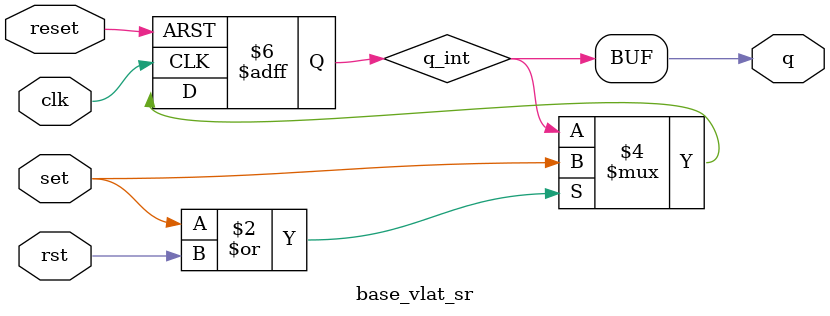
<source format=v>
module base_vlat_sr#(parameter width=1)
  (
   input 	      clk,
   input [0:width-1]  set,
   input [0:width-1]  rst,
   input 	      reset,
   output [0:width-1] q
   );

   
   reg [0:width-1]    q_int;
   initial q_int = 0;

   genvar 	      i;
   generate
      for(i=0; i< width; i=i+1)
	begin : u0
	   always@(posedge clk or posedge reset) 
	     if (reset) q_int[i] <= 1'b0;
	     else if (set[i] | rst[i]) q_int[i] <= set[i];
	end
   endgenerate
   assign q = q_int;
endmodule // base_vlat_sr


   
  

</source>
